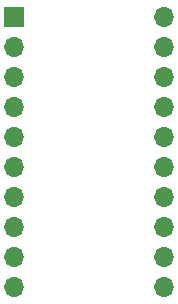
<source format=gbs>
%TF.GenerationSoftware,KiCad,Pcbnew,8.0.4*%
%TF.CreationDate,2025-01-06T14:24:37+00:00*%
%TF.ProjectId,tssop_20_breakout,7473736f-705f-4323-905f-627265616b6f,rev?*%
%TF.SameCoordinates,Original*%
%TF.FileFunction,Soldermask,Bot*%
%TF.FilePolarity,Negative*%
%FSLAX46Y46*%
G04 Gerber Fmt 4.6, Leading zero omitted, Abs format (unit mm)*
G04 Created by KiCad (PCBNEW 8.0.4) date 2025-01-06 14:24:37*
%MOMM*%
%LPD*%
G01*
G04 APERTURE LIST*
%ADD10R,1.700000X1.700000*%
%ADD11O,1.700000X1.700000*%
G04 APERTURE END LIST*
D10*
%TO.C,J3*%
X52150000Y-52070000D03*
D11*
X52150000Y-54610000D03*
X52150000Y-57150000D03*
X52150000Y-59690000D03*
X52150000Y-62230000D03*
X52150000Y-64770000D03*
X52150000Y-67310000D03*
X52150000Y-69850000D03*
X52150000Y-72390000D03*
X52150000Y-74930000D03*
%TD*%
%TO.C,J4*%
X64850000Y-74930000D03*
X64850000Y-72390000D03*
X64850000Y-69850000D03*
X64850000Y-67310000D03*
X64850000Y-64770000D03*
X64850000Y-62230000D03*
X64850000Y-59690000D03*
X64850000Y-57150000D03*
X64850000Y-54610000D03*
X64850000Y-52070000D03*
%TD*%
M02*

</source>
